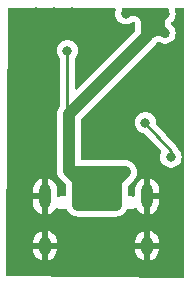
<source format=gbr>
%TF.GenerationSoftware,KiCad,Pcbnew,7.0.9-1.fc38*%
%TF.CreationDate,2024-01-22T08:05:40+08:00*%
%TF.ProjectId,PD_Decoy,50445f44-6563-46f7-992e-6b696361645f,rev?*%
%TF.SameCoordinates,Original*%
%TF.FileFunction,Copper,L2,Bot*%
%TF.FilePolarity,Positive*%
%FSLAX46Y46*%
G04 Gerber Fmt 4.6, Leading zero omitted, Abs format (unit mm)*
G04 Created by KiCad (PCBNEW 7.0.9-1.fc38) date 2024-01-22 08:05:40*
%MOMM*%
%LPD*%
G01*
G04 APERTURE LIST*
%TA.AperFunction,ComponentPad*%
%ADD10O,1.000000X2.100000*%
%TD*%
%TA.AperFunction,ComponentPad*%
%ADD11O,1.000000X1.600000*%
%TD*%
%TA.AperFunction,ViaPad*%
%ADD12C,0.800000*%
%TD*%
%TA.AperFunction,Conductor*%
%ADD13C,1.000000*%
%TD*%
%TA.AperFunction,Conductor*%
%ADD14C,0.250000*%
%TD*%
G04 APERTURE END LIST*
D10*
%TO.P,J1,S1,SHIELD*%
%TO.N,GND*%
X15496000Y-28114000D03*
D11*
X15496000Y-32294000D03*
D10*
X24136000Y-28114000D03*
D11*
X24136000Y-32294000D03*
%TD*%
D12*
%TO.N,GND*%
X16258000Y-13793000D03*
X17782000Y-13793000D03*
X14734000Y-13793000D03*
X17782000Y-12523000D03*
X14734000Y-12523000D03*
X16258000Y-12523000D03*
%TO.N,/VBUS*%
X18310000Y-28823000D03*
X25656000Y-14301000D03*
X24132000Y-14301000D03*
X24132000Y-12650000D03*
X22354000Y-12650000D03*
X17528000Y-25944000D03*
X19110000Y-28823000D03*
X19910000Y-28823000D03*
X21510000Y-28823000D03*
X22290500Y-26054795D03*
X17401000Y-15784000D03*
X20710000Y-28823000D03*
X25656000Y-12650000D03*
%TO.N,Net-(U1-VBUS)*%
X24005000Y-21880000D03*
X26164000Y-24801000D03*
%TD*%
D13*
%TO.N,/VBUS*%
X18310000Y-28823000D02*
X21510000Y-28823000D01*
X18310000Y-26726000D02*
X17638795Y-26054795D01*
X17638795Y-26054795D02*
X17528000Y-25944000D01*
X17528000Y-21159000D02*
X17528000Y-25944000D01*
D14*
X17401000Y-21880000D02*
X17401000Y-15784000D01*
D13*
X22290500Y-26054795D02*
X17638795Y-26054795D01*
X21510000Y-26835295D02*
X22290500Y-26054795D01*
X24132000Y-14555000D02*
X17528000Y-21159000D01*
X24132000Y-12650000D02*
X24132000Y-14555000D01*
X21510000Y-28823000D02*
X21510000Y-26835295D01*
X18310000Y-28823000D02*
X18310000Y-26726000D01*
D14*
%TO.N,Net-(U1-VBUS)*%
X26164000Y-24293000D02*
X24005000Y-21880000D01*
X24005000Y-21880000D02*
X24005000Y-22134000D01*
X26164000Y-24801000D02*
X26164000Y-24293000D01*
%TD*%
%TA.AperFunction,Conductor*%
%TO.N,/VBUS*%
G36*
X21203039Y-26342685D02*
G01*
X21248794Y-26395489D01*
X21260000Y-26447000D01*
X21260000Y-28449000D01*
X21240315Y-28516039D01*
X21187511Y-28561794D01*
X21136000Y-28573000D01*
X18634000Y-28573000D01*
X18566961Y-28553315D01*
X18521206Y-28500511D01*
X18510000Y-28449000D01*
X18510000Y-26447000D01*
X18529685Y-26379961D01*
X18582489Y-26334206D01*
X18634000Y-26323000D01*
X21136000Y-26323000D01*
X21203039Y-26342685D01*
G37*
%TD.AperFunction*%
%TD*%
%TA.AperFunction,Conductor*%
%TO.N,GND*%
G36*
X21468585Y-12161685D02*
G01*
X21514340Y-12214489D01*
X21524284Y-12283647D01*
X21519477Y-12304318D01*
X21468326Y-12461744D01*
X21448540Y-12650000D01*
X21468326Y-12838256D01*
X21468327Y-12838259D01*
X21526818Y-13018277D01*
X21526821Y-13018284D01*
X21621467Y-13182216D01*
X21743509Y-13317757D01*
X21748129Y-13322888D01*
X21901265Y-13434148D01*
X21901270Y-13434151D01*
X22074192Y-13511142D01*
X22074197Y-13511144D01*
X22259354Y-13550500D01*
X22259355Y-13550500D01*
X22448644Y-13550500D01*
X22448646Y-13550500D01*
X22633803Y-13511144D01*
X22806730Y-13434151D01*
X22934617Y-13341235D01*
X23000421Y-13317757D01*
X23068475Y-13333582D01*
X23117169Y-13383688D01*
X23131500Y-13441555D01*
X23131500Y-14089217D01*
X23111815Y-14156256D01*
X23095181Y-14176898D01*
X18238181Y-19033898D01*
X18176858Y-19067383D01*
X18107166Y-19062399D01*
X18051233Y-19020527D01*
X18026816Y-18955063D01*
X18026500Y-18946217D01*
X18026500Y-16482687D01*
X18046185Y-16415648D01*
X18058350Y-16399715D01*
X18076891Y-16379122D01*
X18133533Y-16316216D01*
X18228179Y-16152284D01*
X18286674Y-15972256D01*
X18306460Y-15784000D01*
X18286674Y-15595744D01*
X18228179Y-15415716D01*
X18133533Y-15251784D01*
X18006871Y-15111112D01*
X18006870Y-15111111D01*
X17853734Y-14999851D01*
X17853729Y-14999848D01*
X17680807Y-14922857D01*
X17680802Y-14922855D01*
X17535001Y-14891865D01*
X17495646Y-14883500D01*
X17306354Y-14883500D01*
X17273897Y-14890398D01*
X17121197Y-14922855D01*
X17121192Y-14922857D01*
X16948270Y-14999848D01*
X16948265Y-14999851D01*
X16795129Y-15111111D01*
X16668466Y-15251785D01*
X16573821Y-15415715D01*
X16573818Y-15415722D01*
X16515327Y-15595740D01*
X16515326Y-15595744D01*
X16495540Y-15784000D01*
X16515326Y-15972256D01*
X16515327Y-15972259D01*
X16573818Y-16152277D01*
X16573821Y-16152284D01*
X16668467Y-16316216D01*
X16711772Y-16364310D01*
X16743650Y-16399715D01*
X16773880Y-16462706D01*
X16775500Y-16482687D01*
X16775500Y-20449874D01*
X16755815Y-20516913D01*
X16753286Y-20520694D01*
X16745324Y-20532133D01*
X16729898Y-20554295D01*
X16727062Y-20558056D01*
X16688302Y-20605592D01*
X16688299Y-20605597D01*
X16672392Y-20636047D01*
X16668324Y-20642761D01*
X16648702Y-20670954D01*
X16624509Y-20727330D01*
X16622488Y-20731584D01*
X16594091Y-20785951D01*
X16594090Y-20785952D01*
X16584640Y-20818975D01*
X16582007Y-20826371D01*
X16568459Y-20857943D01*
X16556113Y-20918019D01*
X16554990Y-20922595D01*
X16538113Y-20981577D01*
X16538113Y-20981579D01*
X16535503Y-21015841D01*
X16534414Y-21023608D01*
X16528980Y-21050052D01*
X16527500Y-21057258D01*
X16527500Y-21118597D01*
X16527321Y-21123306D01*
X16522662Y-21184474D01*
X16524707Y-21200527D01*
X16527003Y-21218560D01*
X16527500Y-21226388D01*
X16527500Y-25931283D01*
X16525243Y-26020362D01*
X16525243Y-26020370D01*
X16536064Y-26080739D01*
X16536718Y-26085404D01*
X16542925Y-26146430D01*
X16542927Y-26146444D01*
X16553208Y-26179213D01*
X16555079Y-26186837D01*
X16561142Y-26220652D01*
X16561142Y-26220655D01*
X16583894Y-26277612D01*
X16585474Y-26282051D01*
X16603841Y-26340588D01*
X16603844Y-26340595D01*
X16620509Y-26370619D01*
X16623879Y-26377714D01*
X16636622Y-26409614D01*
X16636627Y-26409624D01*
X16670377Y-26460833D01*
X16672818Y-26464863D01*
X16702588Y-26518498D01*
X16702589Y-26518499D01*
X16702591Y-26518502D01*
X16724968Y-26544567D01*
X16729693Y-26550835D01*
X16748597Y-26579518D01*
X16748598Y-26579519D01*
X16791984Y-26622904D01*
X16795175Y-26626348D01*
X16835134Y-26672895D01*
X16852507Y-26686343D01*
X16862299Y-26693923D01*
X16868195Y-26699116D01*
X16922360Y-26753281D01*
X16983736Y-26817848D01*
X16985182Y-26818854D01*
X17002024Y-26832945D01*
X17158863Y-26989783D01*
X17273181Y-27104101D01*
X17306666Y-27165424D01*
X17309500Y-27191782D01*
X17309500Y-27994355D01*
X17289815Y-28061394D01*
X17237011Y-28107149D01*
X17167853Y-28117093D01*
X17138048Y-28108916D01*
X17076239Y-28083314D01*
X17076237Y-28083313D01*
X17076236Y-28083313D01*
X17056039Y-28080654D01*
X16963727Y-28068500D01*
X16963720Y-28068500D01*
X16888280Y-28068500D01*
X16888272Y-28068500D01*
X16775764Y-28083313D01*
X16775760Y-28083314D01*
X16667452Y-28128176D01*
X16597982Y-28135645D01*
X16535503Y-28104369D01*
X16499852Y-28044280D01*
X16496000Y-28013615D01*
X16496000Y-27513286D01*
X16480581Y-27361661D01*
X16419700Y-27167618D01*
X16419695Y-27167608D01*
X16320994Y-26989784D01*
X16320994Y-26989783D01*
X16188521Y-26835469D01*
X16188520Y-26835468D01*
X16027695Y-26710981D01*
X15845093Y-26621411D01*
X15746000Y-26595753D01*
X15746000Y-27397889D01*
X15721543Y-27358390D01*
X15632038Y-27290799D01*
X15524160Y-27260105D01*
X15412479Y-27270454D01*
X15312078Y-27320448D01*
X15246000Y-27392930D01*
X15246000Y-26590633D01*
X15244053Y-26590931D01*
X15244047Y-26590933D01*
X15053342Y-26661562D01*
X15053335Y-26661565D01*
X14880732Y-26769149D01*
X14733331Y-26909264D01*
X14733330Y-26909266D01*
X14617143Y-27076195D01*
X14536940Y-27263092D01*
X14496000Y-27462309D01*
X14496000Y-27864000D01*
X15196000Y-27864000D01*
X15196000Y-28364000D01*
X14496000Y-28364000D01*
X14496000Y-28714713D01*
X14511418Y-28866338D01*
X14572299Y-29060381D01*
X14572304Y-29060391D01*
X14671005Y-29238215D01*
X14671005Y-29238216D01*
X14803478Y-29392530D01*
X14803479Y-29392531D01*
X14964304Y-29517018D01*
X15146907Y-29606589D01*
X15246000Y-29632244D01*
X15246000Y-28830110D01*
X15270457Y-28869610D01*
X15359962Y-28937201D01*
X15467840Y-28967895D01*
X15579521Y-28957546D01*
X15679922Y-28907552D01*
X15746000Y-28835069D01*
X15746000Y-29637365D01*
X15747944Y-29637069D01*
X15747945Y-29637069D01*
X15938660Y-29566436D01*
X15938664Y-29566434D01*
X16111267Y-29458850D01*
X16258668Y-29318735D01*
X16258669Y-29318733D01*
X16374855Y-29151806D01*
X16378234Y-29143931D01*
X16422758Y-29090084D01*
X16489325Y-29068857D01*
X16556801Y-29086988D01*
X16567663Y-29094440D01*
X16635767Y-29146698D01*
X16775764Y-29204687D01*
X16888280Y-29219500D01*
X16888287Y-29219500D01*
X16963713Y-29219500D01*
X16963720Y-29219500D01*
X17076236Y-29204687D01*
X17216233Y-29146698D01*
X17216234Y-29146696D01*
X17220896Y-29144766D01*
X17290365Y-29137297D01*
X17352845Y-29168572D01*
X17381799Y-29214485D01*
X17383364Y-29213814D01*
X17385843Y-29219592D01*
X17393657Y-29233670D01*
X17401517Y-29250777D01*
X17407111Y-29265881D01*
X17407114Y-29265887D01*
X17446694Y-29329390D01*
X17448288Y-29332096D01*
X17481831Y-29392530D01*
X17484592Y-29397503D01*
X17484593Y-29397504D01*
X17495078Y-29409718D01*
X17506222Y-29424894D01*
X17514745Y-29438567D01*
X17514745Y-29438568D01*
X17514748Y-29438571D01*
X17566315Y-29492819D01*
X17568392Y-29495118D01*
X17586204Y-29515866D01*
X17617132Y-29551894D01*
X17617133Y-29551895D01*
X17629869Y-29561753D01*
X17643844Y-29574379D01*
X17654940Y-29586052D01*
X17716340Y-29628789D01*
X17718873Y-29630648D01*
X17740502Y-29647390D01*
X17778042Y-29676448D01*
X17792515Y-29683547D01*
X17808726Y-29693090D01*
X17821951Y-29702295D01*
X17821956Y-29702297D01*
X17890696Y-29731796D01*
X17893547Y-29733105D01*
X17906267Y-29739345D01*
X17960724Y-29766058D01*
X17960726Y-29766058D01*
X17960729Y-29766060D01*
X17976316Y-29770095D01*
X17994128Y-29776182D01*
X18008942Y-29782540D01*
X18082265Y-29797607D01*
X18085260Y-29798302D01*
X18157711Y-29817062D01*
X18157715Y-29817063D01*
X18173807Y-29817879D01*
X18192480Y-29820257D01*
X18201413Y-29822093D01*
X18208258Y-29823500D01*
X18208259Y-29823500D01*
X18283071Y-29823500D01*
X18286211Y-29823580D01*
X18312842Y-29824930D01*
X18360936Y-29827369D01*
X18376857Y-29824930D01*
X18395633Y-29823500D01*
X21483071Y-29823500D01*
X21486211Y-29823580D01*
X21512842Y-29824930D01*
X21560936Y-29827369D01*
X21634895Y-29816038D01*
X21637992Y-29815643D01*
X21712438Y-29808074D01*
X21727811Y-29803250D01*
X21746149Y-29798995D01*
X21750620Y-29798310D01*
X21762071Y-29796556D01*
X21832266Y-29770558D01*
X21835150Y-29769572D01*
X21906588Y-29747159D01*
X21920670Y-29739341D01*
X21937782Y-29731479D01*
X21952887Y-29725886D01*
X22016421Y-29686283D01*
X22019041Y-29684741D01*
X22084502Y-29648409D01*
X22096724Y-29637915D01*
X22111898Y-29626773D01*
X22125571Y-29618252D01*
X22179835Y-29566668D01*
X22182098Y-29564624D01*
X22238895Y-29515866D01*
X22248750Y-29503133D01*
X22261374Y-29489161D01*
X22265810Y-29484942D01*
X22273053Y-29478059D01*
X22315817Y-29416616D01*
X22317600Y-29414186D01*
X22363448Y-29354958D01*
X22370549Y-29340479D01*
X22380092Y-29324269D01*
X22389295Y-29311049D01*
X22405060Y-29274311D01*
X22449584Y-29220470D01*
X22516152Y-29199245D01*
X22551110Y-29203439D01*
X22555758Y-29204684D01*
X22555764Y-29204687D01*
X22668280Y-29219500D01*
X22668287Y-29219500D01*
X22743713Y-29219500D01*
X22743720Y-29219500D01*
X22856236Y-29204687D01*
X22996233Y-29146698D01*
X23067256Y-29092199D01*
X23132425Y-29067006D01*
X23200869Y-29081044D01*
X23250859Y-29129858D01*
X23251161Y-29130398D01*
X23311005Y-29238215D01*
X23311005Y-29238216D01*
X23443478Y-29392530D01*
X23443479Y-29392531D01*
X23604304Y-29517018D01*
X23786907Y-29606589D01*
X23886000Y-29632244D01*
X23886000Y-28830110D01*
X23910457Y-28869610D01*
X23999962Y-28937201D01*
X24107840Y-28967895D01*
X24219521Y-28957546D01*
X24319922Y-28907552D01*
X24386000Y-28835069D01*
X24386000Y-29637365D01*
X24387944Y-29637069D01*
X24387945Y-29637069D01*
X24578660Y-29566436D01*
X24578664Y-29566434D01*
X24751267Y-29458850D01*
X24898668Y-29318735D01*
X24898669Y-29318733D01*
X25014856Y-29151804D01*
X25095059Y-28964907D01*
X25136000Y-28765690D01*
X25136000Y-28364000D01*
X24436000Y-28364000D01*
X24436000Y-27864000D01*
X25136000Y-27864000D01*
X25136000Y-27513286D01*
X25120581Y-27361661D01*
X25059700Y-27167618D01*
X25059695Y-27167608D01*
X24960994Y-26989784D01*
X24960994Y-26989783D01*
X24828521Y-26835469D01*
X24828520Y-26835468D01*
X24667695Y-26710981D01*
X24485093Y-26621411D01*
X24386000Y-26595753D01*
X24386000Y-27397889D01*
X24361543Y-27358390D01*
X24272038Y-27290799D01*
X24164160Y-27260105D01*
X24052479Y-27270454D01*
X23952078Y-27320448D01*
X23886000Y-27392930D01*
X23886000Y-26590633D01*
X23884053Y-26590931D01*
X23884047Y-26590933D01*
X23693342Y-26661562D01*
X23693335Y-26661565D01*
X23520732Y-26769149D01*
X23373331Y-26909264D01*
X23373330Y-26909266D01*
X23257143Y-27076195D01*
X23176940Y-27263092D01*
X23136000Y-27462309D01*
X23136000Y-28013615D01*
X23116315Y-28080654D01*
X23063511Y-28126409D01*
X22994353Y-28136353D01*
X22964548Y-28128176D01*
X22856239Y-28083314D01*
X22856237Y-28083313D01*
X22856236Y-28083313D01*
X22836039Y-28080654D01*
X22743727Y-28068500D01*
X22743720Y-28068500D01*
X22668280Y-28068500D01*
X22668275Y-28068500D01*
X22668267Y-28068501D01*
X22650684Y-28070816D01*
X22581649Y-28060050D01*
X22529394Y-28013669D01*
X22510500Y-27947877D01*
X22510500Y-27301077D01*
X22530185Y-27234038D01*
X22546815Y-27213400D01*
X22969419Y-26790795D01*
X22972836Y-26787629D01*
X23019395Y-26747661D01*
X23073908Y-26677235D01*
X23130198Y-26608202D01*
X23131009Y-26606647D01*
X23142874Y-26588140D01*
X23143948Y-26586753D01*
X23183179Y-26506774D01*
X23224409Y-26427844D01*
X23224893Y-26426149D01*
X23232784Y-26405647D01*
X23233560Y-26404066D01*
X23255882Y-26317849D01*
X23280387Y-26232213D01*
X23280520Y-26230455D01*
X23284123Y-26208779D01*
X23284563Y-26207080D01*
X23289073Y-26118138D01*
X23295837Y-26029318D01*
X23295615Y-26027574D01*
X23294779Y-26005625D01*
X23294869Y-26003859D01*
X23281384Y-25915839D01*
X23270130Y-25827467D01*
X23269559Y-25825796D01*
X23264321Y-25804452D01*
X23264056Y-25802724D01*
X23233130Y-25719222D01*
X23204317Y-25634926D01*
X23204316Y-25634923D01*
X23204312Y-25634917D01*
X23204309Y-25634910D01*
X23203419Y-25633397D01*
X23193997Y-25613558D01*
X23193386Y-25611909D01*
X23193385Y-25611907D01*
X23146273Y-25536322D01*
X23101092Y-25459569D01*
X23101090Y-25459567D01*
X23099907Y-25458257D01*
X23086685Y-25440720D01*
X23085754Y-25439227D01*
X23085755Y-25439227D01*
X23024385Y-25374666D01*
X22964679Y-25308581D01*
X22963251Y-25307532D01*
X22946776Y-25293022D01*
X22945562Y-25291745D01*
X22945561Y-25291744D01*
X22945559Y-25291742D01*
X22872453Y-25240858D01*
X22800667Y-25188146D01*
X22800660Y-25188142D01*
X22800657Y-25188141D01*
X22799058Y-25187406D01*
X22779996Y-25176506D01*
X22778559Y-25175506D01*
X22778546Y-25175498D01*
X22696689Y-25140371D01*
X22615774Y-25103192D01*
X22615771Y-25103191D01*
X22615769Y-25103190D01*
X22615765Y-25103189D01*
X22615762Y-25103188D01*
X22614042Y-25102789D01*
X22593187Y-25095953D01*
X22591562Y-25095255D01*
X22547206Y-25086140D01*
X22504335Y-25077330D01*
X22432542Y-25060670D01*
X22417559Y-25057193D01*
X22417557Y-25057192D01*
X22417554Y-25057192D01*
X22417551Y-25057191D01*
X22417545Y-25057191D01*
X22415756Y-25057146D01*
X22393982Y-25054652D01*
X22392248Y-25054295D01*
X22392241Y-25054295D01*
X22303216Y-25054295D01*
X22214140Y-25052037D01*
X22214138Y-25052037D01*
X22212395Y-25052350D01*
X22190521Y-25054295D01*
X18652500Y-25054295D01*
X18585461Y-25034610D01*
X18539706Y-24981806D01*
X18528500Y-24930295D01*
X18528500Y-21880000D01*
X23099540Y-21880000D01*
X23119326Y-22068256D01*
X23119327Y-22068259D01*
X23177818Y-22248277D01*
X23177821Y-22248284D01*
X23272467Y-22412216D01*
X23399129Y-22552888D01*
X23552265Y-22664148D01*
X23552270Y-22664151D01*
X23725192Y-22741142D01*
X23725197Y-22741144D01*
X23910354Y-22780500D01*
X23915943Y-22780500D01*
X23982982Y-22800185D01*
X24008353Y-22821817D01*
X25321211Y-24289129D01*
X25351243Y-24352216D01*
X25342400Y-24421523D01*
X25337403Y-24431406D01*
X25336820Y-24432717D01*
X25278327Y-24612740D01*
X25278326Y-24612744D01*
X25258540Y-24801000D01*
X25278326Y-24989256D01*
X25278327Y-24989259D01*
X25336818Y-25169277D01*
X25336821Y-25169284D01*
X25431467Y-25333216D01*
X25536690Y-25450078D01*
X25558129Y-25473888D01*
X25711265Y-25585148D01*
X25711270Y-25585151D01*
X25884192Y-25662142D01*
X25884197Y-25662144D01*
X26069354Y-25701500D01*
X26069355Y-25701500D01*
X26258644Y-25701500D01*
X26258646Y-25701500D01*
X26443803Y-25662144D01*
X26616730Y-25585151D01*
X26769871Y-25473888D01*
X26896533Y-25333216D01*
X26991179Y-25169284D01*
X27049674Y-24989256D01*
X27059679Y-24894055D01*
X27086263Y-24829442D01*
X27127701Y-24800524D01*
X27101797Y-24788694D01*
X27064023Y-24729916D01*
X27059680Y-24707949D01*
X27049674Y-24612744D01*
X26991179Y-24432716D01*
X26896533Y-24268784D01*
X26788629Y-24148944D01*
X26759967Y-24093909D01*
X26755616Y-24075091D01*
X26735321Y-24035973D01*
X26732709Y-24030244D01*
X26716486Y-23989269D01*
X26716486Y-23989268D01*
X26703088Y-23970827D01*
X26693336Y-23955044D01*
X26682838Y-23934808D01*
X26653452Y-23901964D01*
X26649498Y-23897066D01*
X26623596Y-23861416D01*
X26623593Y-23861412D01*
X26606032Y-23846885D01*
X26592662Y-23834024D01*
X24940165Y-21987115D01*
X24910133Y-21924028D01*
X24909254Y-21891469D01*
X24910460Y-21880000D01*
X24890674Y-21691744D01*
X24832179Y-21511716D01*
X24737533Y-21347784D01*
X24610871Y-21207112D01*
X24610870Y-21207111D01*
X24457734Y-21095851D01*
X24457729Y-21095848D01*
X24284807Y-21018857D01*
X24284802Y-21018855D01*
X24139001Y-20987865D01*
X24099646Y-20979500D01*
X23910354Y-20979500D01*
X23877897Y-20986398D01*
X23725197Y-21018855D01*
X23725192Y-21018857D01*
X23552270Y-21095848D01*
X23552265Y-21095851D01*
X23399129Y-21207111D01*
X23272466Y-21347785D01*
X23177821Y-21511715D01*
X23177818Y-21511722D01*
X23141083Y-21624782D01*
X23119326Y-21691744D01*
X23099540Y-21880000D01*
X18528500Y-21880000D01*
X18528500Y-21624782D01*
X18548185Y-21557743D01*
X18564814Y-21537106D01*
X24830487Y-15271433D01*
X24895053Y-15210059D01*
X24928402Y-15162144D01*
X24930097Y-15159709D01*
X24932924Y-15155957D01*
X24971698Y-15108407D01*
X24977674Y-15096965D01*
X25026155Y-15046658D01*
X25094141Y-15030546D01*
X25160046Y-15053749D01*
X25160469Y-15054055D01*
X25203265Y-15085148D01*
X25203270Y-15085151D01*
X25376192Y-15162142D01*
X25376197Y-15162144D01*
X25561354Y-15201500D01*
X25561355Y-15201500D01*
X25750644Y-15201500D01*
X25750646Y-15201500D01*
X25935803Y-15162144D01*
X26108730Y-15085151D01*
X26261871Y-14973888D01*
X26388533Y-14833216D01*
X26483179Y-14669284D01*
X26541674Y-14489256D01*
X26561460Y-14301000D01*
X26541674Y-14112744D01*
X26483179Y-13932716D01*
X26388533Y-13768784D01*
X26261871Y-13628112D01*
X26189893Y-13575817D01*
X26147228Y-13520489D01*
X26141249Y-13450875D01*
X26173854Y-13389080D01*
X26189894Y-13375182D01*
X26261871Y-13322888D01*
X26388533Y-13182216D01*
X26483179Y-13018284D01*
X26541674Y-12838256D01*
X26561460Y-12650000D01*
X26541674Y-12461744D01*
X26490523Y-12304318D01*
X26488528Y-12234477D01*
X26524608Y-12174644D01*
X26587309Y-12143816D01*
X26608454Y-12142000D01*
X27183000Y-12142000D01*
X27250039Y-12161685D01*
X27295794Y-12214489D01*
X27307000Y-12266000D01*
X27307000Y-24694981D01*
X27287315Y-24762020D01*
X27240352Y-24802713D01*
X27273553Y-24822306D01*
X27304977Y-24884711D01*
X27307000Y-24907018D01*
X27307000Y-34876952D01*
X27287315Y-34943991D01*
X27234511Y-34989746D01*
X27181957Y-35000948D01*
X12325645Y-34876039D01*
X12258774Y-34855791D01*
X12213465Y-34802604D01*
X12202690Y-34751353D01*
X12214459Y-32644713D01*
X14496000Y-32644713D01*
X14511418Y-32796338D01*
X14572299Y-32990381D01*
X14572304Y-32990391D01*
X14671005Y-33168215D01*
X14671005Y-33168216D01*
X14803478Y-33322530D01*
X14803479Y-33322531D01*
X14964304Y-33447018D01*
X15146907Y-33536589D01*
X15246000Y-33562244D01*
X15246000Y-32760110D01*
X15270457Y-32799610D01*
X15359962Y-32867201D01*
X15467840Y-32897895D01*
X15579521Y-32887546D01*
X15679922Y-32837552D01*
X15746000Y-32765069D01*
X15746000Y-33567365D01*
X15747944Y-33567069D01*
X15747945Y-33567069D01*
X15938660Y-33496436D01*
X15938664Y-33496434D01*
X16111267Y-33388850D01*
X16258668Y-33248735D01*
X16258669Y-33248733D01*
X16374856Y-33081804D01*
X16455059Y-32894907D01*
X16496000Y-32695690D01*
X16496000Y-32644713D01*
X23136000Y-32644713D01*
X23151418Y-32796338D01*
X23212299Y-32990381D01*
X23212304Y-32990391D01*
X23311005Y-33168215D01*
X23311005Y-33168216D01*
X23443478Y-33322530D01*
X23443479Y-33322531D01*
X23604304Y-33447018D01*
X23786907Y-33536589D01*
X23886000Y-33562244D01*
X23886000Y-32760110D01*
X23910457Y-32799610D01*
X23999962Y-32867201D01*
X24107840Y-32897895D01*
X24219521Y-32887546D01*
X24319922Y-32837552D01*
X24386000Y-32765069D01*
X24386000Y-33567366D01*
X24387944Y-33567069D01*
X24387945Y-33567069D01*
X24578660Y-33496436D01*
X24578664Y-33496434D01*
X24751267Y-33388850D01*
X24898668Y-33248735D01*
X24898669Y-33248733D01*
X25014856Y-33081804D01*
X25095059Y-32894907D01*
X25136000Y-32695690D01*
X25136000Y-32544000D01*
X24436000Y-32544000D01*
X24436000Y-32044000D01*
X25136000Y-32044000D01*
X25136000Y-31943286D01*
X25120581Y-31791661D01*
X25059700Y-31597618D01*
X25059695Y-31597608D01*
X24960994Y-31419784D01*
X24960994Y-31419783D01*
X24828521Y-31265469D01*
X24828520Y-31265468D01*
X24667695Y-31140981D01*
X24485093Y-31051411D01*
X24386000Y-31025753D01*
X24386000Y-31827889D01*
X24361543Y-31788390D01*
X24272038Y-31720799D01*
X24164160Y-31690105D01*
X24052479Y-31700454D01*
X23952078Y-31750448D01*
X23886000Y-31822930D01*
X23886000Y-31020633D01*
X23884053Y-31020931D01*
X23884047Y-31020933D01*
X23693342Y-31091562D01*
X23693335Y-31091565D01*
X23520732Y-31199149D01*
X23373331Y-31339264D01*
X23373330Y-31339266D01*
X23257143Y-31506195D01*
X23176940Y-31693092D01*
X23136000Y-31892309D01*
X23136000Y-32044000D01*
X23836000Y-32044000D01*
X23836000Y-32544000D01*
X23136000Y-32544000D01*
X23136000Y-32644713D01*
X16496000Y-32644713D01*
X16496000Y-32544000D01*
X15796000Y-32544000D01*
X15796000Y-32044000D01*
X16496000Y-32044000D01*
X16496000Y-31943286D01*
X16480581Y-31791661D01*
X16419700Y-31597618D01*
X16419695Y-31597608D01*
X16320994Y-31419784D01*
X16320994Y-31419783D01*
X16188521Y-31265469D01*
X16188520Y-31265468D01*
X16027695Y-31140981D01*
X15845093Y-31051411D01*
X15746000Y-31025753D01*
X15746000Y-31827889D01*
X15721543Y-31788390D01*
X15632038Y-31720799D01*
X15524160Y-31690105D01*
X15412479Y-31700454D01*
X15312078Y-31750448D01*
X15246000Y-31822930D01*
X15246000Y-31020633D01*
X15244053Y-31020931D01*
X15244047Y-31020933D01*
X15053342Y-31091562D01*
X15053335Y-31091565D01*
X14880732Y-31199149D01*
X14733331Y-31339264D01*
X14733330Y-31339266D01*
X14617143Y-31506195D01*
X14536940Y-31693092D01*
X14496000Y-31892309D01*
X14496000Y-32044000D01*
X15196000Y-32044000D01*
X15196000Y-32544000D01*
X14496000Y-32544000D01*
X14496000Y-32644713D01*
X12214459Y-32644713D01*
X12328311Y-12265306D01*
X12348370Y-12198379D01*
X12401428Y-12152920D01*
X12452309Y-12142000D01*
X21401546Y-12142000D01*
X21468585Y-12161685D01*
G37*
%TD.AperFunction*%
%TD*%
%TA.AperFunction,Conductor*%
%TO.N,/VBUS*%
G36*
X25926710Y-12161685D02*
G01*
X25972465Y-12214489D01*
X25983620Y-12262458D01*
X25985228Y-12318750D01*
X25985229Y-12318752D01*
X26009763Y-12460526D01*
X26009763Y-12460527D01*
X26040468Y-12555025D01*
X26045857Y-12580380D01*
X26051813Y-12637037D01*
X26051813Y-12662960D01*
X26045858Y-12719615D01*
X26040468Y-12744971D01*
X26022864Y-12799151D01*
X26012320Y-12822833D01*
X25983836Y-12872169D01*
X25968598Y-12893143D01*
X25930481Y-12935475D01*
X25911220Y-12952817D01*
X25884012Y-12972586D01*
X25867055Y-12986051D01*
X25863821Y-12988853D01*
X25842832Y-13007040D01*
X25826532Y-13022434D01*
X25811334Y-13036787D01*
X25811333Y-13036788D01*
X25726776Y-13153177D01*
X25726768Y-13153189D01*
X25694167Y-13214977D01*
X25694166Y-13214978D01*
X25645817Y-13350481D01*
X25637602Y-13494131D01*
X25643580Y-13563734D01*
X25643582Y-13563750D01*
X25643584Y-13563756D01*
X25676169Y-13703885D01*
X25676171Y-13703890D01*
X25676172Y-13703892D01*
X25746922Y-13829171D01*
X25746932Y-13829187D01*
X25789587Y-13884501D01*
X25789597Y-13884512D01*
X25892766Y-13984773D01*
X25892767Y-13984774D01*
X25911216Y-13998178D01*
X25930483Y-14015526D01*
X25968601Y-14057861D01*
X25983837Y-14078831D01*
X25995972Y-14099849D01*
X26012322Y-14128168D01*
X26022864Y-14151847D01*
X26040468Y-14206027D01*
X26045858Y-14231385D01*
X26051812Y-14288039D01*
X26051812Y-14313959D01*
X26045858Y-14370613D01*
X26040468Y-14395971D01*
X26022864Y-14450151D01*
X26012320Y-14473833D01*
X25983836Y-14523169D01*
X25968599Y-14544141D01*
X25930488Y-14586468D01*
X25911221Y-14603816D01*
X25865124Y-14637306D01*
X25842678Y-14650265D01*
X25795482Y-14671279D01*
X25745045Y-14682000D01*
X25566951Y-14682000D01*
X25516515Y-14671279D01*
X25464304Y-14648033D01*
X25460819Y-14646349D01*
X25379381Y-14603816D01*
X25327916Y-14576937D01*
X25327903Y-14576932D01*
X25327900Y-14576931D01*
X25265698Y-14555031D01*
X25265253Y-14554842D01*
X25262006Y-14553731D01*
X25120872Y-14525753D01*
X25120871Y-14525753D01*
X25112993Y-14526463D01*
X24977576Y-14538668D01*
X24977575Y-14538669D01*
X24909590Y-14554780D01*
X24775734Y-14607545D01*
X24713599Y-14655877D01*
X24648597Y-14681499D01*
X24637467Y-14682000D01*
X23596529Y-14682000D01*
X23529490Y-14662315D01*
X23483735Y-14609511D01*
X23473791Y-14540353D01*
X23499977Y-14480195D01*
X23505420Y-14473440D01*
X23509862Y-14467278D01*
X23537067Y-14429553D01*
X23596838Y-14298676D01*
X23616523Y-14231637D01*
X23616524Y-14231633D01*
X23637000Y-14089217D01*
X23637000Y-13441555D01*
X23622177Y-13320037D01*
X23607846Y-13262170D01*
X23564252Y-13147792D01*
X23483604Y-13036787D01*
X23479689Y-13031398D01*
X23479687Y-13031396D01*
X23479683Y-13031390D01*
X23470979Y-13022434D01*
X23430989Y-12981283D01*
X23419710Y-12972586D01*
X23317044Y-12893419D01*
X23317041Y-12893417D01*
X23182970Y-12841219D01*
X23114917Y-12825394D01*
X23114910Y-12825393D01*
X22971566Y-12813080D01*
X22971563Y-12813081D01*
X22830563Y-12841650D01*
X22830554Y-12841652D01*
X22766642Y-12864455D01*
X22765580Y-12864795D01*
X22764739Y-12865133D01*
X22637497Y-12932273D01*
X22637485Y-12932280D01*
X22563127Y-12986305D01*
X22540676Y-12999267D01*
X22488640Y-13022434D01*
X22463990Y-13030444D01*
X22434176Y-13036782D01*
X22408262Y-13042290D01*
X22382482Y-13045000D01*
X22325516Y-13045000D01*
X22299736Y-13042290D01*
X22273850Y-13036788D01*
X22244010Y-13030445D01*
X22219356Y-13022434D01*
X22167325Y-12999268D01*
X22144878Y-12986308D01*
X22098777Y-12952815D01*
X22079514Y-12935472D01*
X22041397Y-12893139D01*
X22026162Y-12872169D01*
X22021905Y-12864795D01*
X21997676Y-12822829D01*
X21987136Y-12799155D01*
X21969530Y-12744971D01*
X21964141Y-12719617D01*
X21958186Y-12662958D01*
X21958186Y-12637037D01*
X21958186Y-12637036D01*
X21964141Y-12580375D01*
X21969527Y-12555036D01*
X22003582Y-12450228D01*
X22009386Y-12429363D01*
X22016646Y-12398145D01*
X22024638Y-12355591D01*
X22024638Y-12355588D01*
X22024639Y-12355583D01*
X22024638Y-12265999D01*
X22044322Y-12198962D01*
X22097125Y-12153206D01*
X22148638Y-12142000D01*
X25859671Y-12142000D01*
X25926710Y-12161685D01*
G37*
%TD.AperFunction*%
%TD*%
M02*

</source>
